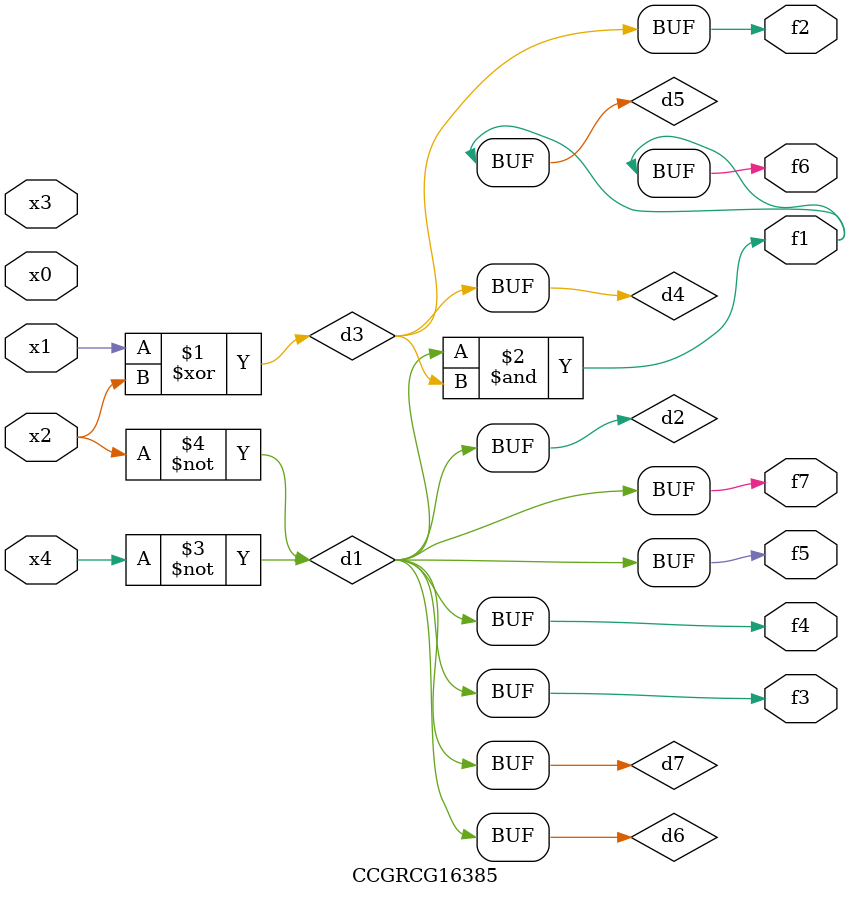
<source format=v>
module CCGRCG16385(
	input x0, x1, x2, x3, x4,
	output f1, f2, f3, f4, f5, f6, f7
);

	wire d1, d2, d3, d4, d5, d6, d7;

	not (d1, x4);
	not (d2, x2);
	xor (d3, x1, x2);
	buf (d4, d3);
	and (d5, d1, d3);
	buf (d6, d1, d2);
	buf (d7, d2);
	assign f1 = d5;
	assign f2 = d4;
	assign f3 = d7;
	assign f4 = d7;
	assign f5 = d7;
	assign f6 = d5;
	assign f7 = d7;
endmodule

</source>
